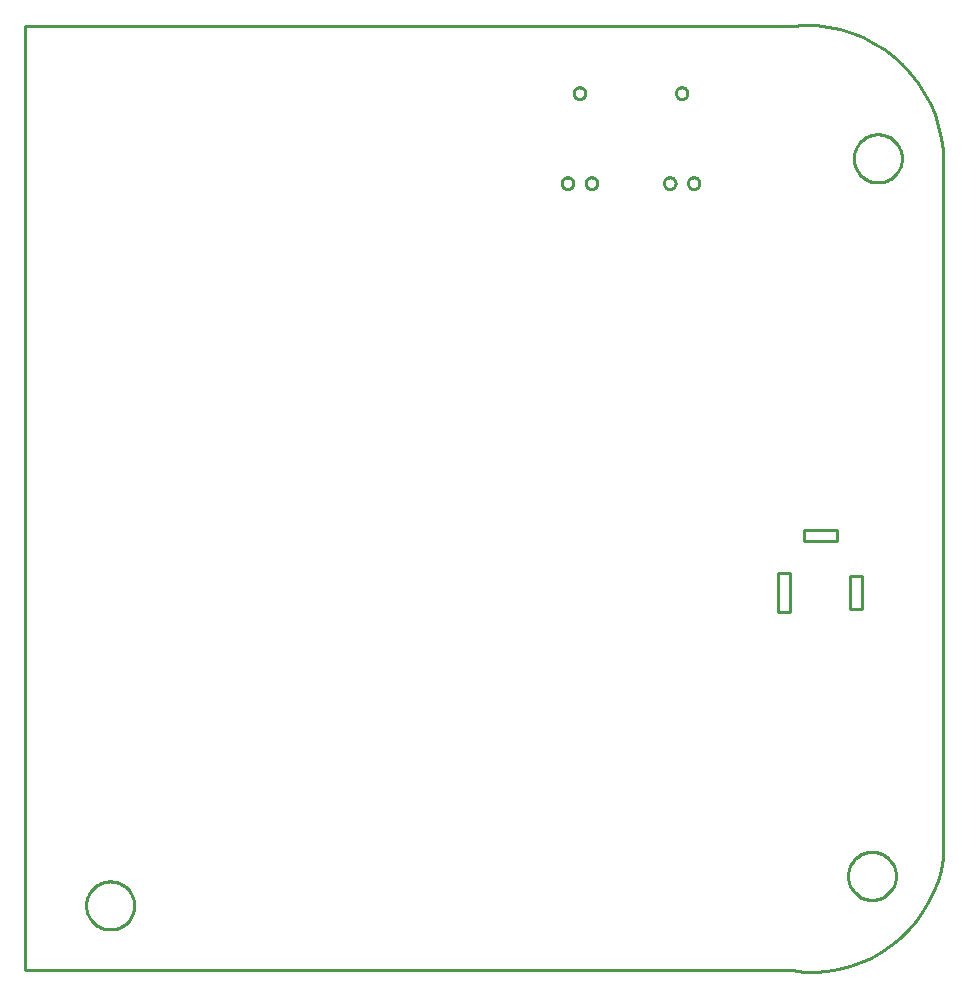
<source format=gbr>
G04 EAGLE Gerber RS-274X export*
G75*
%MOMM*%
%FSLAX34Y34*%
%LPD*%
%IN*%
%IPPOS*%
%AMOC8*
5,1,8,0,0,1.08239X$1,22.5*%
G01*
%ADD10C,0.254000*%


D10*
X610000Y22500D02*
X1260000Y22500D01*
X1269758Y21507D01*
X1279565Y21368D01*
X1289347Y22085D01*
X1299030Y23651D01*
X1308539Y26056D01*
X1317802Y29280D01*
X1326749Y33299D01*
X1335312Y38082D01*
X1343425Y43594D01*
X1351027Y49792D01*
X1358060Y56628D01*
X1364470Y64052D01*
X1370209Y72006D01*
X1375233Y80430D01*
X1379503Y89260D01*
X1382988Y98429D01*
X1385660Y107866D01*
X1387500Y117500D01*
X1387500Y717500D01*
X1386077Y727589D01*
X1383780Y737516D01*
X1380627Y747204D01*
X1376642Y756581D01*
X1371854Y765575D01*
X1366300Y774118D01*
X1360024Y782144D01*
X1353071Y789592D01*
X1345496Y796406D01*
X1337356Y802534D01*
X1328713Y807929D01*
X1319632Y812550D01*
X1310183Y816363D01*
X1300438Y819337D01*
X1290471Y821451D01*
X1280358Y822687D01*
X1270175Y823038D01*
X1260000Y822500D01*
X610000Y822500D01*
X610000Y22500D01*
X1308800Y328800D02*
X1318800Y328800D01*
X1318800Y356800D01*
X1308800Y356800D01*
X1308800Y328800D01*
X1247800Y326300D02*
X1257800Y326300D01*
X1257800Y359300D01*
X1247800Y359300D01*
X1247800Y326300D01*
X1269800Y385800D02*
X1297800Y385800D01*
X1297800Y395800D01*
X1269800Y395800D01*
X1269800Y385800D01*
X1352820Y709386D02*
X1352746Y708160D01*
X1352598Y706941D01*
X1352376Y705733D01*
X1352083Y704541D01*
X1351717Y703369D01*
X1351282Y702220D01*
X1350778Y701101D01*
X1350207Y700013D01*
X1349572Y698962D01*
X1348874Y697952D01*
X1348117Y696985D01*
X1347303Y696066D01*
X1346434Y695197D01*
X1345515Y694383D01*
X1344548Y693626D01*
X1343538Y692928D01*
X1342487Y692293D01*
X1341400Y691722D01*
X1340280Y691218D01*
X1339131Y690783D01*
X1337959Y690417D01*
X1336767Y690124D01*
X1335559Y689902D01*
X1334340Y689754D01*
X1333114Y689680D01*
X1331886Y689680D01*
X1330660Y689754D01*
X1329441Y689902D01*
X1328233Y690124D01*
X1327041Y690417D01*
X1325869Y690783D01*
X1324720Y691218D01*
X1323601Y691722D01*
X1322513Y692293D01*
X1321462Y692928D01*
X1320452Y693626D01*
X1319485Y694383D01*
X1318566Y695197D01*
X1317697Y696066D01*
X1316883Y696985D01*
X1316126Y697952D01*
X1315428Y698962D01*
X1314793Y700013D01*
X1314222Y701101D01*
X1313718Y702220D01*
X1313283Y703369D01*
X1312917Y704541D01*
X1312624Y705733D01*
X1312402Y706941D01*
X1312254Y708160D01*
X1312180Y709386D01*
X1312180Y710614D01*
X1312254Y711840D01*
X1312402Y713059D01*
X1312624Y714267D01*
X1312917Y715459D01*
X1313283Y716631D01*
X1313718Y717780D01*
X1314222Y718900D01*
X1314793Y719987D01*
X1315428Y721038D01*
X1316126Y722048D01*
X1316883Y723015D01*
X1317697Y723934D01*
X1318566Y724803D01*
X1319485Y725617D01*
X1320452Y726374D01*
X1321462Y727072D01*
X1322513Y727707D01*
X1323601Y728278D01*
X1324720Y728782D01*
X1325869Y729217D01*
X1327041Y729583D01*
X1328233Y729876D01*
X1329441Y730098D01*
X1330660Y730246D01*
X1331886Y730320D01*
X1333114Y730320D01*
X1334340Y730246D01*
X1335559Y730098D01*
X1336767Y729876D01*
X1337959Y729583D01*
X1339131Y729217D01*
X1340280Y728782D01*
X1341400Y728278D01*
X1342487Y727707D01*
X1343538Y727072D01*
X1344548Y726374D01*
X1345515Y725617D01*
X1346434Y724803D01*
X1347303Y723934D01*
X1348117Y723015D01*
X1348874Y722048D01*
X1349572Y721038D01*
X1350207Y719987D01*
X1350778Y718900D01*
X1351282Y717780D01*
X1351717Y716631D01*
X1352083Y715459D01*
X1352376Y714267D01*
X1352598Y713059D01*
X1352746Y711840D01*
X1352820Y710614D01*
X1352820Y709386D01*
X1347820Y101886D02*
X1347746Y100660D01*
X1347598Y99441D01*
X1347376Y98233D01*
X1347083Y97041D01*
X1346717Y95869D01*
X1346282Y94720D01*
X1345778Y93601D01*
X1345207Y92513D01*
X1344572Y91462D01*
X1343874Y90452D01*
X1343117Y89485D01*
X1342303Y88566D01*
X1341434Y87697D01*
X1340515Y86883D01*
X1339548Y86126D01*
X1338538Y85428D01*
X1337487Y84793D01*
X1336400Y84222D01*
X1335280Y83718D01*
X1334131Y83283D01*
X1332959Y82917D01*
X1331767Y82624D01*
X1330559Y82402D01*
X1329340Y82254D01*
X1328114Y82180D01*
X1326886Y82180D01*
X1325660Y82254D01*
X1324441Y82402D01*
X1323233Y82624D01*
X1322041Y82917D01*
X1320869Y83283D01*
X1319720Y83718D01*
X1318601Y84222D01*
X1317513Y84793D01*
X1316462Y85428D01*
X1315452Y86126D01*
X1314485Y86883D01*
X1313566Y87697D01*
X1312697Y88566D01*
X1311883Y89485D01*
X1311126Y90452D01*
X1310428Y91462D01*
X1309793Y92513D01*
X1309222Y93601D01*
X1308718Y94720D01*
X1308283Y95869D01*
X1307917Y97041D01*
X1307624Y98233D01*
X1307402Y99441D01*
X1307254Y100660D01*
X1307180Y101886D01*
X1307180Y103114D01*
X1307254Y104340D01*
X1307402Y105559D01*
X1307624Y106767D01*
X1307917Y107959D01*
X1308283Y109131D01*
X1308718Y110280D01*
X1309222Y111400D01*
X1309793Y112487D01*
X1310428Y113538D01*
X1311126Y114548D01*
X1311883Y115515D01*
X1312697Y116434D01*
X1313566Y117303D01*
X1314485Y118117D01*
X1315452Y118874D01*
X1316462Y119572D01*
X1317513Y120207D01*
X1318601Y120778D01*
X1319720Y121282D01*
X1320869Y121717D01*
X1322041Y122083D01*
X1323233Y122376D01*
X1324441Y122598D01*
X1325660Y122746D01*
X1326886Y122820D01*
X1328114Y122820D01*
X1329340Y122746D01*
X1330559Y122598D01*
X1331767Y122376D01*
X1332959Y122083D01*
X1334131Y121717D01*
X1335280Y121282D01*
X1336400Y120778D01*
X1337487Y120207D01*
X1338538Y119572D01*
X1339548Y118874D01*
X1340515Y118117D01*
X1341434Y117303D01*
X1342303Y116434D01*
X1343117Y115515D01*
X1343874Y114548D01*
X1344572Y113538D01*
X1345207Y112487D01*
X1345778Y111400D01*
X1346282Y110280D01*
X1346717Y109131D01*
X1347083Y107959D01*
X1347376Y106767D01*
X1347598Y105559D01*
X1347746Y104340D01*
X1347820Y103114D01*
X1347820Y101886D01*
X702820Y76886D02*
X702746Y75660D01*
X702598Y74441D01*
X702376Y73233D01*
X702083Y72041D01*
X701717Y70869D01*
X701282Y69720D01*
X700778Y68601D01*
X700207Y67513D01*
X699572Y66462D01*
X698874Y65452D01*
X698117Y64485D01*
X697303Y63566D01*
X696434Y62697D01*
X695515Y61883D01*
X694548Y61126D01*
X693538Y60428D01*
X692487Y59793D01*
X691400Y59222D01*
X690280Y58718D01*
X689131Y58283D01*
X687959Y57917D01*
X686767Y57624D01*
X685559Y57402D01*
X684340Y57254D01*
X683114Y57180D01*
X681886Y57180D01*
X680660Y57254D01*
X679441Y57402D01*
X678233Y57624D01*
X677041Y57917D01*
X675869Y58283D01*
X674720Y58718D01*
X673601Y59222D01*
X672513Y59793D01*
X671462Y60428D01*
X670452Y61126D01*
X669485Y61883D01*
X668566Y62697D01*
X667697Y63566D01*
X666883Y64485D01*
X666126Y65452D01*
X665428Y66462D01*
X664793Y67513D01*
X664222Y68601D01*
X663718Y69720D01*
X663283Y70869D01*
X662917Y72041D01*
X662624Y73233D01*
X662402Y74441D01*
X662254Y75660D01*
X662180Y76886D01*
X662180Y78114D01*
X662254Y79340D01*
X662402Y80559D01*
X662624Y81767D01*
X662917Y82959D01*
X663283Y84131D01*
X663718Y85280D01*
X664222Y86400D01*
X664793Y87487D01*
X665428Y88538D01*
X666126Y89548D01*
X666883Y90515D01*
X667697Y91434D01*
X668566Y92303D01*
X669485Y93117D01*
X670452Y93874D01*
X671462Y94572D01*
X672513Y95207D01*
X673601Y95778D01*
X674720Y96282D01*
X675869Y96717D01*
X677041Y97083D01*
X678233Y97376D01*
X679441Y97598D01*
X680660Y97746D01*
X681886Y97820D01*
X683114Y97820D01*
X684340Y97746D01*
X685559Y97598D01*
X686767Y97376D01*
X687959Y97083D01*
X689131Y96717D01*
X690280Y96282D01*
X691400Y95778D01*
X692487Y95207D01*
X693538Y94572D01*
X694548Y93874D01*
X695515Y93117D01*
X696434Y92303D01*
X697303Y91434D01*
X698117Y90515D01*
X698874Y89548D01*
X699572Y88538D01*
X700207Y87487D01*
X700778Y86400D01*
X701282Y85280D01*
X701717Y84131D01*
X702083Y82959D01*
X702376Y81767D01*
X702598Y80559D01*
X702746Y79340D01*
X702820Y78114D01*
X702820Y76886D01*
X1181455Y688722D02*
X1181393Y688169D01*
X1181269Y687626D01*
X1181085Y687101D01*
X1180844Y686599D01*
X1180547Y686128D01*
X1180200Y685693D01*
X1179807Y685300D01*
X1179372Y684953D01*
X1178901Y684656D01*
X1178399Y684415D01*
X1177874Y684231D01*
X1177331Y684107D01*
X1176778Y684045D01*
X1176222Y684045D01*
X1175669Y684107D01*
X1175126Y684231D01*
X1174601Y684415D01*
X1174099Y684656D01*
X1173628Y684953D01*
X1173193Y685300D01*
X1172800Y685693D01*
X1172453Y686128D01*
X1172156Y686599D01*
X1171915Y687101D01*
X1171731Y687626D01*
X1171607Y688169D01*
X1171545Y688722D01*
X1171545Y689278D01*
X1171607Y689831D01*
X1171731Y690374D01*
X1171915Y690899D01*
X1172156Y691401D01*
X1172453Y691872D01*
X1172800Y692307D01*
X1173193Y692700D01*
X1173628Y693047D01*
X1174099Y693344D01*
X1174601Y693585D01*
X1175126Y693769D01*
X1175669Y693893D01*
X1176222Y693955D01*
X1176778Y693955D01*
X1177331Y693893D01*
X1177874Y693769D01*
X1178399Y693585D01*
X1178901Y693344D01*
X1179372Y693047D01*
X1179807Y692700D01*
X1180200Y692307D01*
X1180547Y691872D01*
X1180844Y691401D01*
X1181085Y690899D01*
X1181269Y690374D01*
X1181393Y689831D01*
X1181455Y689278D01*
X1181455Y688722D01*
X1161155Y688722D02*
X1161093Y688169D01*
X1160969Y687626D01*
X1160785Y687101D01*
X1160544Y686599D01*
X1160247Y686128D01*
X1159900Y685693D01*
X1159507Y685300D01*
X1159072Y684953D01*
X1158601Y684656D01*
X1158099Y684415D01*
X1157574Y684231D01*
X1157031Y684107D01*
X1156478Y684045D01*
X1155922Y684045D01*
X1155369Y684107D01*
X1154826Y684231D01*
X1154301Y684415D01*
X1153799Y684656D01*
X1153328Y684953D01*
X1152893Y685300D01*
X1152500Y685693D01*
X1152153Y686128D01*
X1151856Y686599D01*
X1151615Y687101D01*
X1151431Y687626D01*
X1151307Y688169D01*
X1151245Y688722D01*
X1151245Y689278D01*
X1151307Y689831D01*
X1151431Y690374D01*
X1151615Y690899D01*
X1151856Y691401D01*
X1152153Y691872D01*
X1152500Y692307D01*
X1152893Y692700D01*
X1153328Y693047D01*
X1153799Y693344D01*
X1154301Y693585D01*
X1154826Y693769D01*
X1155369Y693893D01*
X1155922Y693955D01*
X1156478Y693955D01*
X1157031Y693893D01*
X1157574Y693769D01*
X1158099Y693585D01*
X1158601Y693344D01*
X1159072Y693047D01*
X1159507Y692700D01*
X1159900Y692307D01*
X1160247Y691872D01*
X1160544Y691401D01*
X1160785Y690899D01*
X1160969Y690374D01*
X1161093Y689831D01*
X1161155Y689278D01*
X1161155Y688722D01*
X1171305Y764922D02*
X1171243Y764369D01*
X1171119Y763826D01*
X1170935Y763301D01*
X1170694Y762799D01*
X1170397Y762328D01*
X1170050Y761893D01*
X1169657Y761500D01*
X1169222Y761153D01*
X1168751Y760856D01*
X1168249Y760615D01*
X1167724Y760431D01*
X1167181Y760307D01*
X1166628Y760245D01*
X1166072Y760245D01*
X1165519Y760307D01*
X1164976Y760431D01*
X1164451Y760615D01*
X1163949Y760856D01*
X1163478Y761153D01*
X1163043Y761500D01*
X1162650Y761893D01*
X1162303Y762328D01*
X1162006Y762799D01*
X1161765Y763301D01*
X1161581Y763826D01*
X1161457Y764369D01*
X1161395Y764922D01*
X1161395Y765478D01*
X1161457Y766031D01*
X1161581Y766574D01*
X1161765Y767099D01*
X1162006Y767601D01*
X1162303Y768072D01*
X1162650Y768507D01*
X1163043Y768900D01*
X1163478Y769247D01*
X1163949Y769544D01*
X1164451Y769785D01*
X1164976Y769969D01*
X1165519Y770093D01*
X1166072Y770155D01*
X1166628Y770155D01*
X1167181Y770093D01*
X1167724Y769969D01*
X1168249Y769785D01*
X1168751Y769544D01*
X1169222Y769247D01*
X1169657Y768900D01*
X1170050Y768507D01*
X1170397Y768072D01*
X1170694Y767601D01*
X1170935Y767099D01*
X1171119Y766574D01*
X1171243Y766031D01*
X1171305Y765478D01*
X1171305Y764922D01*
X1094955Y688722D02*
X1094893Y688169D01*
X1094769Y687626D01*
X1094585Y687101D01*
X1094344Y686599D01*
X1094047Y686128D01*
X1093700Y685693D01*
X1093307Y685300D01*
X1092872Y684953D01*
X1092401Y684656D01*
X1091899Y684415D01*
X1091374Y684231D01*
X1090831Y684107D01*
X1090278Y684045D01*
X1089722Y684045D01*
X1089169Y684107D01*
X1088626Y684231D01*
X1088101Y684415D01*
X1087599Y684656D01*
X1087128Y684953D01*
X1086693Y685300D01*
X1086300Y685693D01*
X1085953Y686128D01*
X1085656Y686599D01*
X1085415Y687101D01*
X1085231Y687626D01*
X1085107Y688169D01*
X1085045Y688722D01*
X1085045Y689278D01*
X1085107Y689831D01*
X1085231Y690374D01*
X1085415Y690899D01*
X1085656Y691401D01*
X1085953Y691872D01*
X1086300Y692307D01*
X1086693Y692700D01*
X1087128Y693047D01*
X1087599Y693344D01*
X1088101Y693585D01*
X1088626Y693769D01*
X1089169Y693893D01*
X1089722Y693955D01*
X1090278Y693955D01*
X1090831Y693893D01*
X1091374Y693769D01*
X1091899Y693585D01*
X1092401Y693344D01*
X1092872Y693047D01*
X1093307Y692700D01*
X1093700Y692307D01*
X1094047Y691872D01*
X1094344Y691401D01*
X1094585Y690899D01*
X1094769Y690374D01*
X1094893Y689831D01*
X1094955Y689278D01*
X1094955Y688722D01*
X1074655Y688722D02*
X1074593Y688169D01*
X1074469Y687626D01*
X1074285Y687101D01*
X1074044Y686599D01*
X1073747Y686128D01*
X1073400Y685693D01*
X1073007Y685300D01*
X1072572Y684953D01*
X1072101Y684656D01*
X1071599Y684415D01*
X1071074Y684231D01*
X1070531Y684107D01*
X1069978Y684045D01*
X1069422Y684045D01*
X1068869Y684107D01*
X1068326Y684231D01*
X1067801Y684415D01*
X1067299Y684656D01*
X1066828Y684953D01*
X1066393Y685300D01*
X1066000Y685693D01*
X1065653Y686128D01*
X1065356Y686599D01*
X1065115Y687101D01*
X1064931Y687626D01*
X1064807Y688169D01*
X1064745Y688722D01*
X1064745Y689278D01*
X1064807Y689831D01*
X1064931Y690374D01*
X1065115Y690899D01*
X1065356Y691401D01*
X1065653Y691872D01*
X1066000Y692307D01*
X1066393Y692700D01*
X1066828Y693047D01*
X1067299Y693344D01*
X1067801Y693585D01*
X1068326Y693769D01*
X1068869Y693893D01*
X1069422Y693955D01*
X1069978Y693955D01*
X1070531Y693893D01*
X1071074Y693769D01*
X1071599Y693585D01*
X1072101Y693344D01*
X1072572Y693047D01*
X1073007Y692700D01*
X1073400Y692307D01*
X1073747Y691872D01*
X1074044Y691401D01*
X1074285Y690899D01*
X1074469Y690374D01*
X1074593Y689831D01*
X1074655Y689278D01*
X1074655Y688722D01*
X1084805Y764922D02*
X1084743Y764369D01*
X1084619Y763826D01*
X1084435Y763301D01*
X1084194Y762799D01*
X1083897Y762328D01*
X1083550Y761893D01*
X1083157Y761500D01*
X1082722Y761153D01*
X1082251Y760856D01*
X1081749Y760615D01*
X1081224Y760431D01*
X1080681Y760307D01*
X1080128Y760245D01*
X1079572Y760245D01*
X1079019Y760307D01*
X1078476Y760431D01*
X1077951Y760615D01*
X1077449Y760856D01*
X1076978Y761153D01*
X1076543Y761500D01*
X1076150Y761893D01*
X1075803Y762328D01*
X1075506Y762799D01*
X1075265Y763301D01*
X1075081Y763826D01*
X1074957Y764369D01*
X1074895Y764922D01*
X1074895Y765478D01*
X1074957Y766031D01*
X1075081Y766574D01*
X1075265Y767099D01*
X1075506Y767601D01*
X1075803Y768072D01*
X1076150Y768507D01*
X1076543Y768900D01*
X1076978Y769247D01*
X1077449Y769544D01*
X1077951Y769785D01*
X1078476Y769969D01*
X1079019Y770093D01*
X1079572Y770155D01*
X1080128Y770155D01*
X1080681Y770093D01*
X1081224Y769969D01*
X1081749Y769785D01*
X1082251Y769544D01*
X1082722Y769247D01*
X1083157Y768900D01*
X1083550Y768507D01*
X1083897Y768072D01*
X1084194Y767601D01*
X1084435Y767099D01*
X1084619Y766574D01*
X1084743Y766031D01*
X1084805Y765478D01*
X1084805Y764922D01*
M02*

</source>
